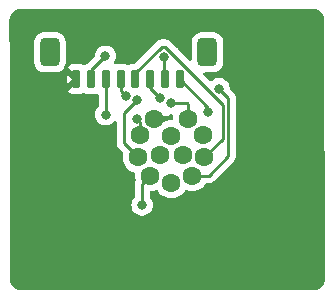
<source format=gbr>
%TF.GenerationSoftware,KiCad,Pcbnew,7.0.10*%
%TF.CreationDate,2024-04-07T04:02:17-04:00*%
%TF.ProjectId,mainbox_peripheral_steering_wheel,6d61696e-626f-4785-9f70-657269706865,rev?*%
%TF.SameCoordinates,Original*%
%TF.FileFunction,Copper,L1,Top*%
%TF.FilePolarity,Positive*%
%FSLAX46Y46*%
G04 Gerber Fmt 4.6, Leading zero omitted, Abs format (unit mm)*
G04 Created by KiCad (PCBNEW 7.0.10) date 2024-04-07 04:02:17*
%MOMM*%
%LPD*%
G01*
G04 APERTURE LIST*
G04 Aperture macros list*
%AMRoundRect*
0 Rectangle with rounded corners*
0 $1 Rounding radius*
0 $2 $3 $4 $5 $6 $7 $8 $9 X,Y pos of 4 corners*
0 Add a 4 corners polygon primitive as box body*
4,1,4,$2,$3,$4,$5,$6,$7,$8,$9,$2,$3,0*
0 Add four circle primitives for the rounded corners*
1,1,$1+$1,$2,$3*
1,1,$1+$1,$4,$5*
1,1,$1+$1,$6,$7*
1,1,$1+$1,$8,$9*
0 Add four rect primitives between the rounded corners*
20,1,$1+$1,$2,$3,$4,$5,0*
20,1,$1+$1,$4,$5,$6,$7,0*
20,1,$1+$1,$6,$7,$8,$9,0*
20,1,$1+$1,$8,$9,$2,$3,0*%
G04 Aperture macros list end*
%TA.AperFunction,ComponentPad*%
%ADD10C,1.600000*%
%TD*%
%TA.AperFunction,SMDPad,CuDef*%
%ADD11RoundRect,0.425000X-0.425000X-0.775000X0.425000X-0.775000X0.425000X0.775000X-0.425000X0.775000X0*%
%TD*%
%TA.AperFunction,SMDPad,CuDef*%
%ADD12RoundRect,0.150000X-0.150000X-0.650000X0.150000X-0.650000X0.150000X0.650000X-0.150000X0.650000X0*%
%TD*%
%TA.AperFunction,ViaPad*%
%ADD13C,0.800000*%
%TD*%
%TA.AperFunction,Conductor*%
%ADD14C,0.250000*%
%TD*%
G04 APERTURE END LIST*
D10*
%TO.P,J3,1,1*%
%TO.N,S45*%
X138111068Y-96265959D03*
%TO.P,J3,2,2*%
%TO.N,GND*%
X135255000Y-96266000D03*
%TO.P,J3,3,3*%
%TO.N,S25*%
X134011055Y-97662609D03*
%TO.P,J3,4,4*%
%TO.N,SDA5*%
X133878506Y-99528347D03*
%TO.P,J3,5,5*%
%TO.N,doutlcd5*%
X134912673Y-101086961D03*
%TO.P,J3,6,6*%
%TO.N,S35*%
X136683040Y-101689895D03*
%TO.P,J3,7,7*%
%TO.N,SCL5*%
X138453408Y-101086961D03*
%TO.P,J3,8,8*%
%TO.N,S15*%
X139487574Y-99528347D03*
%TO.P,J3,9,9*%
%TO.N,unconnected-(J3-Pad9)*%
X139355026Y-97662609D03*
%TO.P,J3,10,10*%
%TO.N,unconnected-(J3-Pad10)*%
X136683040Y-97689993D03*
%TO.P,J3,11,11*%
%TO.N,unconnected-(J3-Pad11)*%
X135730413Y-99339990D03*
%TO.P,J3,12,12*%
%TO.N,unconnected-(J3-Pad12)*%
X137635668Y-99339990D03*
%TD*%
D11*
%TO.P,J1,*%
%TO.N,*%
X126397500Y-90642500D03*
X139747500Y-90642500D03*
D12*
%TO.P,J1,1,Pin_1*%
%TO.N,doutlcd5*%
X137397500Y-92892500D03*
%TO.P,J1,2,Pin_2*%
%TO.N,SDA5*%
X136147500Y-92892500D03*
%TO.P,J1,3,Pin_3*%
%TO.N,SCL5*%
X134897500Y-92892500D03*
%TO.P,J1,4,Pin_4*%
%TO.N,S15*%
X133647500Y-92892500D03*
%TO.P,J1,5,Pin_5*%
%TO.N,S25*%
X132397500Y-92892500D03*
%TO.P,J1,6,Pin_6*%
%TO.N,S35*%
X131147500Y-92892500D03*
%TO.P,J1,7,Pin_7*%
%TO.N,S45*%
X129897500Y-92892500D03*
%TO.P,J1,8,Pin_8*%
%TO.N,GND*%
X128647500Y-92892500D03*
%TD*%
D13*
%TO.N,doutlcd5*%
X139830000Y-95665000D03*
%TO.N,S45*%
X131110000Y-90960000D03*
X136620000Y-94940000D03*
%TO.N,S25*%
X132830000Y-94350000D03*
X133762653Y-96252653D03*
%TO.N,SDA5*%
X133773548Y-94681245D03*
X136040000Y-91042500D03*
%TO.N,SCL5*%
X135710000Y-94490000D03*
X140713107Y-93706893D03*
%TO.N,S35*%
X131140000Y-95910000D03*
%TO.N,doutlcd5*%
X134213600Y-103581200D03*
%TD*%
D14*
%TO.N,SDA5*%
X132689600Y-98339441D02*
X133878506Y-99528347D01*
X132689600Y-95765193D02*
X132689600Y-98339441D01*
X133773548Y-94681245D02*
X132689600Y-95765193D01*
%TO.N,S25*%
X134011055Y-96501055D02*
X134011055Y-97662609D01*
X133762653Y-96252653D02*
X134011055Y-96501055D01*
%TO.N,doutlcd5*%
X139830000Y-95325000D02*
X139830000Y-95665000D01*
X137397500Y-92892500D02*
X139830000Y-95325000D01*
%TO.N,S45*%
X131110000Y-90960000D02*
X129897500Y-92172500D01*
X129897500Y-92172500D02*
X129897500Y-92892500D01*
X138030000Y-94940000D02*
X136620000Y-94940000D01*
X138111068Y-95021068D02*
X138030000Y-94940000D01*
X138111068Y-96265959D02*
X138111068Y-95021068D01*
%TO.N,S25*%
X132397500Y-93917500D02*
X132830000Y-94350000D01*
X132397500Y-92892500D02*
X132397500Y-93917500D01*
%TO.N,SDA5*%
X136040000Y-92785000D02*
X136147500Y-92892500D01*
X136040000Y-91042500D02*
X136040000Y-92785000D01*
%TO.N,S15*%
X133647500Y-92409695D02*
X133647500Y-92892500D01*
X135890603Y-90166592D02*
X133647500Y-92409695D01*
X136765000Y-90742195D02*
X136340305Y-90317500D01*
X141057468Y-95076560D02*
X136765000Y-90784092D01*
X136298408Y-90317500D02*
X136147500Y-90166592D01*
X141057468Y-97958453D02*
X141057468Y-95076560D01*
X136765000Y-90784092D02*
X136765000Y-90742195D01*
X136147500Y-90166592D02*
X135890603Y-90166592D01*
X139487574Y-99528347D02*
X141057468Y-97958453D01*
X136340305Y-90317500D02*
X136298408Y-90317500D01*
%TO.N,SCL5*%
X134897500Y-93677500D02*
X134897500Y-92892500D01*
X135710000Y-94490000D02*
X134897500Y-93677500D01*
X141507468Y-94501254D02*
X140713107Y-93706893D01*
X141507468Y-99422759D02*
X141507468Y-94501254D01*
%TO.N,S35*%
X131147500Y-95902500D02*
X131147500Y-92892500D01*
X131140000Y-95910000D02*
X131147500Y-95902500D01*
%TO.N,doutlcd5*%
X134213600Y-103581200D02*
X134213600Y-101786034D01*
X134213600Y-101786034D02*
X134912673Y-101086961D01*
%TO.N,SCL5*%
X139843266Y-101086961D02*
X138453408Y-101086961D01*
X141507468Y-99422759D02*
X139843266Y-101086961D01*
%TD*%
%TA.AperFunction,Conductor*%
%TO.N,GND*%
G36*
X136784131Y-95860185D02*
G01*
X136829886Y-95912989D01*
X136839830Y-95982147D01*
X136836867Y-95996592D01*
X136825435Y-96039258D01*
X136825432Y-96039272D01*
X136805130Y-96271332D01*
X136779678Y-96336401D01*
X136723087Y-96377380D01*
X136688372Y-96383358D01*
X136688433Y-96384053D01*
X136456353Y-96404357D01*
X136456342Y-96404359D01*
X136236551Y-96463251D01*
X136236542Y-96463254D01*
X136176492Y-96491257D01*
X136148344Y-96504382D01*
X136095941Y-96516000D01*
X135874815Y-96516000D01*
X135881352Y-96503544D01*
X135920000Y-96346746D01*
X135920000Y-96185254D01*
X135881352Y-96028456D01*
X135874815Y-96016000D01*
X136533872Y-96016000D01*
X136533871Y-96015999D01*
X136528672Y-95996594D01*
X136530335Y-95926744D01*
X136569497Y-95868881D01*
X136633726Y-95841377D01*
X136648447Y-95840500D01*
X136717092Y-95840500D01*
X136784131Y-95860185D01*
G37*
%TD.AperFunction*%
%TA.AperFunction,Conductor*%
G36*
X148655388Y-86940970D02*
G01*
X148693064Y-86944263D01*
X148694358Y-86944384D01*
X148822265Y-86957025D01*
X148842136Y-86960644D01*
X148903929Y-86977196D01*
X148907719Y-86978278D01*
X149002149Y-87006920D01*
X149018542Y-87013191D01*
X149082449Y-87042988D01*
X149088437Y-87045982D01*
X149169672Y-87089399D01*
X149182325Y-87097171D01*
X149224312Y-87126569D01*
X149242015Y-87138965D01*
X149249554Y-87144685D01*
X149319074Y-87201734D01*
X149328094Y-87209909D01*
X149380137Y-87261952D01*
X149388298Y-87270955D01*
X149444687Y-87339660D01*
X149445207Y-87340293D01*
X149450933Y-87347840D01*
X149492941Y-87407837D01*
X149500720Y-87420500D01*
X149543756Y-87501006D01*
X149546783Y-87507061D01*
X149550743Y-87515555D01*
X149576934Y-87571726D01*
X149583209Y-87588127D01*
X149611296Y-87680705D01*
X149612414Y-87684621D01*
X149629435Y-87748164D01*
X149633060Y-87768088D01*
X149645504Y-87894375D01*
X149645631Y-87895737D01*
X149649029Y-87934610D01*
X149649500Y-87945408D01*
X149649500Y-87990777D01*
X149649602Y-87991717D01*
X149692956Y-109789220D01*
X149692485Y-109800269D01*
X149689069Y-109839334D01*
X149688943Y-109840688D01*
X149676542Y-109966579D01*
X149672915Y-109986513D01*
X149655677Y-110050854D01*
X149654562Y-110054757D01*
X149626768Y-110146389D01*
X149620491Y-110162798D01*
X149589875Y-110228459D01*
X149586850Y-110234508D01*
X149544428Y-110313878D01*
X149536644Y-110326551D01*
X149493922Y-110387564D01*
X149488201Y-110395103D01*
X149432243Y-110463290D01*
X149424071Y-110472307D01*
X149371015Y-110525364D01*
X149361998Y-110533537D01*
X149293809Y-110589499D01*
X149286266Y-110595222D01*
X149225257Y-110637940D01*
X149212588Y-110645722D01*
X149133214Y-110688148D01*
X149127163Y-110691173D01*
X149061503Y-110721789D01*
X149045095Y-110728067D01*
X148953509Y-110755848D01*
X148949606Y-110756963D01*
X148885218Y-110774214D01*
X148865278Y-110777841D01*
X148738777Y-110790297D01*
X148737432Y-110790422D01*
X148707834Y-110793011D01*
X148698961Y-110793787D01*
X148688160Y-110794259D01*
X124028889Y-110794259D01*
X124018075Y-110793787D01*
X123977034Y-110790194D01*
X123975736Y-110790073D01*
X123852138Y-110777942D01*
X123832152Y-110774309D01*
X123764951Y-110756300D01*
X123761050Y-110755186D01*
X123672377Y-110728284D01*
X123655972Y-110722006D01*
X123589857Y-110691173D01*
X123588442Y-110690513D01*
X123582403Y-110687494D01*
X123504938Y-110646084D01*
X123492270Y-110638301D01*
X123429822Y-110594572D01*
X123422280Y-110588849D01*
X123355567Y-110534095D01*
X123346551Y-110525923D01*
X123292330Y-110471698D01*
X123284166Y-110462690D01*
X123229384Y-110395934D01*
X123223682Y-110388417D01*
X123179959Y-110325968D01*
X123172177Y-110313298D01*
X123130776Y-110235835D01*
X123127752Y-110229786D01*
X123096264Y-110162253D01*
X123089988Y-110145850D01*
X123063076Y-110057119D01*
X123061985Y-110053299D01*
X123043960Y-109986015D01*
X123040336Y-109966096D01*
X123028648Y-109847378D01*
X123028552Y-109846349D01*
X123024439Y-109799309D01*
X123023968Y-109788509D01*
X123023968Y-109743989D01*
X123023865Y-109743041D01*
X122992404Y-93925003D01*
X127968548Y-93925003D01*
X127979814Y-93944052D01*
X127979821Y-93944061D01*
X128095938Y-94060178D01*
X128095947Y-94060185D01*
X128237303Y-94143782D01*
X128237306Y-94143783D01*
X128395004Y-94189599D01*
X128395010Y-94189600D01*
X128431850Y-94192499D01*
X128431866Y-94192500D01*
X128863134Y-94192500D01*
X128863149Y-94192499D01*
X128899989Y-94189600D01*
X128899995Y-94189599D01*
X129057693Y-94143783D01*
X129057696Y-94143782D01*
X129205771Y-94056212D01*
X129206959Y-94058221D01*
X129261102Y-94036952D01*
X129329621Y-94050619D01*
X129339243Y-94056801D01*
X129345635Y-94060581D01*
X129487102Y-94144244D01*
X129520610Y-94153979D01*
X129644926Y-94190097D01*
X129644929Y-94190097D01*
X129644931Y-94190098D01*
X129681806Y-94193000D01*
X129681814Y-94193000D01*
X130113186Y-94193000D01*
X130113194Y-94193000D01*
X130150069Y-94190098D01*
X130150071Y-94190097D01*
X130150073Y-94190097D01*
X130307892Y-94144246D01*
X130307892Y-94144245D01*
X130307898Y-94144244D01*
X130334881Y-94128286D01*
X130402602Y-94111104D01*
X130468865Y-94133264D01*
X130512628Y-94187729D01*
X130522000Y-94235019D01*
X130522000Y-95202983D01*
X130502315Y-95270022D01*
X130490150Y-95285955D01*
X130407466Y-95377785D01*
X130312821Y-95541715D01*
X130312818Y-95541722D01*
X130254327Y-95721740D01*
X130254326Y-95721744D01*
X130234540Y-95910000D01*
X130254326Y-96098256D01*
X130254327Y-96098259D01*
X130312818Y-96278277D01*
X130312821Y-96278284D01*
X130407467Y-96442216D01*
X130513003Y-96559425D01*
X130534129Y-96582888D01*
X130687265Y-96694148D01*
X130687270Y-96694151D01*
X130860192Y-96771142D01*
X130860197Y-96771144D01*
X131045354Y-96810500D01*
X131045355Y-96810500D01*
X131234644Y-96810500D01*
X131234646Y-96810500D01*
X131419803Y-96771144D01*
X131592730Y-96694151D01*
X131745871Y-96582888D01*
X131847950Y-96469517D01*
X131907437Y-96432869D01*
X131977294Y-96434200D01*
X132035342Y-96473086D01*
X132063152Y-96537183D01*
X132064100Y-96552490D01*
X132064100Y-98256696D01*
X132062375Y-98272313D01*
X132062661Y-98272340D01*
X132061926Y-98280106D01*
X132064039Y-98347313D01*
X132064100Y-98351208D01*
X132064100Y-98378798D01*
X132064603Y-98382776D01*
X132065518Y-98394408D01*
X132066890Y-98438065D01*
X132066891Y-98438068D01*
X132072480Y-98457308D01*
X132076424Y-98476352D01*
X132078936Y-98496233D01*
X132095014Y-98536844D01*
X132098797Y-98547893D01*
X132110981Y-98589829D01*
X132121180Y-98607075D01*
X132129738Y-98624544D01*
X132137114Y-98643173D01*
X132162781Y-98678501D01*
X132169193Y-98688262D01*
X132191428Y-98725858D01*
X132191433Y-98725865D01*
X132205590Y-98740021D01*
X132218228Y-98754817D01*
X132230005Y-98771027D01*
X132230006Y-98771028D01*
X132263657Y-98798866D01*
X132272298Y-98806729D01*
X132579092Y-99113524D01*
X132612577Y-99174847D01*
X132611186Y-99233296D01*
X132592873Y-99301643D01*
X132592870Y-99301660D01*
X132573038Y-99528346D01*
X132573038Y-99528348D01*
X132592870Y-99755033D01*
X132592872Y-99755044D01*
X132651764Y-99974835D01*
X132651767Y-99974844D01*
X132747937Y-100181079D01*
X132747938Y-100181081D01*
X132878460Y-100367488D01*
X133039364Y-100528392D01*
X133039367Y-100528394D01*
X133225772Y-100658915D01*
X133432010Y-100755086D01*
X133432012Y-100755086D01*
X133432019Y-100755089D01*
X133488884Y-100770325D01*
X133531059Y-100781625D01*
X133590719Y-100817989D01*
X133621249Y-100880835D01*
X133622494Y-100912207D01*
X133607205Y-101086959D01*
X133607205Y-101086961D01*
X133627037Y-101313647D01*
X133627040Y-101313660D01*
X133657542Y-101427501D01*
X133655879Y-101497351D01*
X133646431Y-101519327D01*
X133627403Y-101553940D01*
X133622422Y-101573341D01*
X133616121Y-101591744D01*
X133608162Y-101610136D01*
X133608161Y-101610139D01*
X133601328Y-101653277D01*
X133598960Y-101664708D01*
X133588101Y-101707005D01*
X133588100Y-101707016D01*
X133588100Y-101727050D01*
X133586573Y-101746449D01*
X133583440Y-101766228D01*
X133583440Y-101766229D01*
X133587550Y-101809708D01*
X133588100Y-101821377D01*
X133588100Y-102882512D01*
X133568415Y-102949551D01*
X133556250Y-102965484D01*
X133481066Y-103048984D01*
X133386421Y-103212915D01*
X133386418Y-103212922D01*
X133327927Y-103392940D01*
X133327926Y-103392944D01*
X133308140Y-103581200D01*
X133327926Y-103769456D01*
X133327927Y-103769459D01*
X133386418Y-103949477D01*
X133386421Y-103949484D01*
X133481067Y-104113416D01*
X133607729Y-104254088D01*
X133760865Y-104365348D01*
X133760870Y-104365351D01*
X133933792Y-104442342D01*
X133933797Y-104442344D01*
X134118954Y-104481700D01*
X134118955Y-104481700D01*
X134308244Y-104481700D01*
X134308246Y-104481700D01*
X134493403Y-104442344D01*
X134666330Y-104365351D01*
X134819471Y-104254088D01*
X134946133Y-104113416D01*
X135040779Y-103949484D01*
X135099274Y-103769456D01*
X135119060Y-103581200D01*
X135099274Y-103392944D01*
X135040779Y-103212916D01*
X134946133Y-103048984D01*
X134870950Y-102965484D01*
X134840720Y-102902492D01*
X134839100Y-102882512D01*
X134839100Y-102512490D01*
X134858785Y-102445451D01*
X134911589Y-102399696D01*
X134952289Y-102388963D01*
X135139365Y-102372596D01*
X135359169Y-102313700D01*
X135395329Y-102296837D01*
X135464406Y-102286345D01*
X135528190Y-102314864D01*
X135548298Y-102338942D01*
X135549367Y-102338194D01*
X135552471Y-102342627D01*
X135552472Y-102342629D01*
X135615489Y-102432628D01*
X135682994Y-102529036D01*
X135843898Y-102689940D01*
X135843901Y-102689942D01*
X136030306Y-102820463D01*
X136236544Y-102916634D01*
X136456348Y-102975530D01*
X136618270Y-102989696D01*
X136683038Y-102995363D01*
X136683040Y-102995363D01*
X136683042Y-102995363D01*
X136739713Y-102990404D01*
X136909732Y-102975530D01*
X137129536Y-102916634D01*
X137335774Y-102820463D01*
X137522179Y-102689942D01*
X137683087Y-102529034D01*
X137813608Y-102342629D01*
X137813608Y-102342627D01*
X137816713Y-102338194D01*
X137818940Y-102339753D01*
X137861034Y-102299257D01*
X137929581Y-102285729D01*
X137970749Y-102296837D01*
X137975939Y-102299257D01*
X138006912Y-102313700D01*
X138226716Y-102372596D01*
X138379833Y-102385992D01*
X138453406Y-102392429D01*
X138453408Y-102392429D01*
X138453410Y-102392429D01*
X138526983Y-102385992D01*
X138680100Y-102372596D01*
X138899904Y-102313700D01*
X139106142Y-102217529D01*
X139292547Y-102087008D01*
X139453455Y-101926100D01*
X139566021Y-101765338D01*
X139620597Y-101721713D01*
X139667596Y-101712461D01*
X139760523Y-101712461D01*
X139776143Y-101714185D01*
X139776170Y-101713900D01*
X139783926Y-101714632D01*
X139783933Y-101714634D01*
X139851139Y-101712522D01*
X139855034Y-101712461D01*
X139882612Y-101712461D01*
X139882616Y-101712461D01*
X139886590Y-101711958D01*
X139898229Y-101711041D01*
X139941893Y-101709670D01*
X139961135Y-101704078D01*
X139980178Y-101700135D01*
X140000058Y-101697625D01*
X140040667Y-101681546D01*
X140051710Y-101677764D01*
X140093656Y-101665579D01*
X140110895Y-101655383D01*
X140128369Y-101646823D01*
X140146993Y-101639449D01*
X140146993Y-101639448D01*
X140146998Y-101639447D01*
X140182349Y-101613761D01*
X140192080Y-101607369D01*
X140229686Y-101585131D01*
X140243855Y-101570960D01*
X140258645Y-101558329D01*
X140274853Y-101546555D01*
X140302704Y-101512887D01*
X140310545Y-101504270D01*
X141891255Y-99923560D01*
X141903510Y-99913745D01*
X141903327Y-99913523D01*
X141909336Y-99908550D01*
X141909345Y-99908545D01*
X141955417Y-99859481D01*
X141958034Y-99856782D01*
X141977588Y-99837230D01*
X141980044Y-99834062D01*
X141987624Y-99825186D01*
X142017530Y-99793341D01*
X142027183Y-99775779D01*
X142037857Y-99759529D01*
X142050141Y-99743695D01*
X142067487Y-99703609D01*
X142072625Y-99693121D01*
X142093664Y-99654852D01*
X142093665Y-99654851D01*
X142098645Y-99635450D01*
X142104946Y-99617047D01*
X142112906Y-99598655D01*
X142119740Y-99555500D01*
X142122103Y-99544090D01*
X142132968Y-99501778D01*
X142132968Y-99481742D01*
X142134495Y-99462341D01*
X142137628Y-99442563D01*
X142133518Y-99399083D01*
X142132968Y-99387414D01*
X142132968Y-94583992D01*
X142134692Y-94568378D01*
X142134406Y-94568351D01*
X142135140Y-94560588D01*
X142133029Y-94493398D01*
X142132968Y-94489504D01*
X142132968Y-94461905D01*
X142132968Y-94461904D01*
X142132465Y-94457924D01*
X142131548Y-94446275D01*
X142130177Y-94402627D01*
X142124590Y-94383398D01*
X142120642Y-94364338D01*
X142118131Y-94344458D01*
X142102056Y-94303858D01*
X142098272Y-94292806D01*
X142086086Y-94250863D01*
X142086084Y-94250860D01*
X142075891Y-94233625D01*
X142067329Y-94216148D01*
X142059955Y-94197523D01*
X142034284Y-94162191D01*
X142027873Y-94152431D01*
X142012439Y-94126334D01*
X142005640Y-94114837D01*
X142005633Y-94114828D01*
X141991474Y-94100669D01*
X141978836Y-94085873D01*
X141970422Y-94074292D01*
X141967062Y-94069667D01*
X141955600Y-94060185D01*
X141933408Y-94041826D01*
X141924767Y-94033963D01*
X141652067Y-93761262D01*
X141618582Y-93699939D01*
X141616430Y-93686561D01*
X141598781Y-93518637D01*
X141540286Y-93338609D01*
X141445640Y-93174677D01*
X141318978Y-93034005D01*
X141318970Y-93033999D01*
X141165841Y-92922744D01*
X141165836Y-92922741D01*
X140992914Y-92845750D01*
X140992909Y-92845748D01*
X140847108Y-92814758D01*
X140807753Y-92806393D01*
X140618461Y-92806393D01*
X140586004Y-92813291D01*
X140433304Y-92845748D01*
X140433299Y-92845750D01*
X140260377Y-92922741D01*
X140260372Y-92922744D01*
X140107242Y-93033999D01*
X140107232Y-93034008D01*
X140096243Y-93046212D01*
X140036755Y-93082858D01*
X139966898Y-93081525D01*
X139916416Y-93050917D01*
X139420180Y-92554681D01*
X139386695Y-92493358D01*
X139391679Y-92423666D01*
X139433551Y-92367733D01*
X139499015Y-92343316D01*
X139507861Y-92343000D01*
X140237270Y-92343000D01*
X140237278Y-92343000D01*
X140318078Y-92336641D01*
X140505996Y-92286288D01*
X140679340Y-92197965D01*
X140830532Y-92075532D01*
X140952965Y-91924340D01*
X141041288Y-91750996D01*
X141091641Y-91563078D01*
X141098000Y-91482278D01*
X141098000Y-89802722D01*
X141091641Y-89721922D01*
X141041288Y-89534004D01*
X140952965Y-89360660D01*
X140830532Y-89209468D01*
X140679340Y-89087035D01*
X140505996Y-88998712D01*
X140318078Y-88948359D01*
X140318077Y-88948358D01*
X140318074Y-88948358D01*
X140237283Y-88942000D01*
X140237278Y-88942000D01*
X139257722Y-88942000D01*
X139257716Y-88942000D01*
X139176925Y-88948358D01*
X138989004Y-88998712D01*
X138815661Y-89087034D01*
X138664468Y-89209468D01*
X138542034Y-89360661D01*
X138453712Y-89534004D01*
X138403358Y-89721925D01*
X138397000Y-89802716D01*
X138397000Y-91232139D01*
X138377315Y-91299178D01*
X138324511Y-91344933D01*
X138255353Y-91354877D01*
X138191797Y-91325852D01*
X138185319Y-91319820D01*
X137344507Y-90479008D01*
X137322065Y-90444841D01*
X137321241Y-90445295D01*
X137317488Y-90438469D01*
X137317486Y-90438463D01*
X137317481Y-90438457D01*
X137317480Y-90438454D01*
X137291814Y-90403128D01*
X137285403Y-90393369D01*
X137263170Y-90355774D01*
X137263168Y-90355772D01*
X137263165Y-90355768D01*
X137249005Y-90341608D01*
X137236370Y-90326815D01*
X137224593Y-90310607D01*
X137190945Y-90282771D01*
X137182304Y-90274908D01*
X136841108Y-89933712D01*
X136831285Y-89921450D01*
X136831064Y-89921634D01*
X136826091Y-89915622D01*
X136777081Y-89869599D01*
X136774282Y-89866886D01*
X136754782Y-89847385D01*
X136754776Y-89847380D01*
X136751591Y-89844909D01*
X136742739Y-89837348D01*
X136710887Y-89807438D01*
X136710885Y-89807436D01*
X136710882Y-89807435D01*
X136693334Y-89797788D01*
X136677068Y-89787104D01*
X136661241Y-89774827D01*
X136649221Y-89769625D01*
X136613593Y-89746221D01*
X136584258Y-89718674D01*
X136581492Y-89715993D01*
X136561977Y-89696477D01*
X136561971Y-89696472D01*
X136558786Y-89694001D01*
X136549934Y-89686440D01*
X136518082Y-89656530D01*
X136518080Y-89656528D01*
X136518077Y-89656527D01*
X136500529Y-89646880D01*
X136484263Y-89636196D01*
X136468432Y-89623916D01*
X136428349Y-89606570D01*
X136417863Y-89601433D01*
X136379594Y-89580395D01*
X136379592Y-89580394D01*
X136360193Y-89575414D01*
X136341781Y-89569110D01*
X136323398Y-89561154D01*
X136323392Y-89561152D01*
X136280260Y-89554321D01*
X136268822Y-89551953D01*
X136226520Y-89541092D01*
X136226519Y-89541092D01*
X136206484Y-89541092D01*
X136187086Y-89539565D01*
X136179662Y-89538389D01*
X136167305Y-89536432D01*
X136167304Y-89536432D01*
X136123825Y-89540542D01*
X136112156Y-89541092D01*
X135973346Y-89541092D01*
X135957725Y-89539367D01*
X135957698Y-89539653D01*
X135949936Y-89538918D01*
X135882716Y-89541031D01*
X135878822Y-89541092D01*
X135851253Y-89541092D01*
X135847276Y-89541594D01*
X135835645Y-89542509D01*
X135791977Y-89543881D01*
X135791971Y-89543882D01*
X135772729Y-89549472D01*
X135753690Y-89553415D01*
X135733820Y-89555926D01*
X135733806Y-89555929D01*
X135693201Y-89572005D01*
X135682157Y-89575786D01*
X135640217Y-89587971D01*
X135640213Y-89587973D01*
X135622969Y-89598171D01*
X135605508Y-89606725D01*
X135586877Y-89614102D01*
X135586865Y-89614109D01*
X135551536Y-89639777D01*
X135541776Y-89646188D01*
X135504183Y-89668421D01*
X135490017Y-89682587D01*
X135475227Y-89695219D01*
X135459017Y-89706996D01*
X135459014Y-89706999D01*
X135431176Y-89740650D01*
X135423314Y-89749289D01*
X133616923Y-91555681D01*
X133555600Y-91589166D01*
X133529242Y-91592000D01*
X133431798Y-91592000D01*
X133394932Y-91594901D01*
X133394926Y-91594902D01*
X133237106Y-91640754D01*
X133237103Y-91640755D01*
X133088920Y-91728390D01*
X133087754Y-91726419D01*
X133033442Y-91747732D01*
X132964927Y-91734040D01*
X132956095Y-91728364D01*
X132956080Y-91728390D01*
X132874599Y-91680202D01*
X132807898Y-91640756D01*
X132807897Y-91640755D01*
X132807896Y-91640755D01*
X132807893Y-91640754D01*
X132650073Y-91594902D01*
X132650067Y-91594901D01*
X132613201Y-91592000D01*
X132613194Y-91592000D01*
X132181806Y-91592000D01*
X132181798Y-91592000D01*
X132144932Y-91594901D01*
X132006563Y-91635101D01*
X131936694Y-91634901D01*
X131878024Y-91596958D01*
X131849181Y-91533320D01*
X131859323Y-91464190D01*
X131864572Y-91454042D01*
X131937179Y-91328284D01*
X131995674Y-91148256D01*
X132015460Y-90960000D01*
X131995674Y-90771744D01*
X131937179Y-90591716D01*
X131842533Y-90427784D01*
X131715871Y-90287112D01*
X131715870Y-90287111D01*
X131562734Y-90175851D01*
X131562729Y-90175848D01*
X131389807Y-90098857D01*
X131389802Y-90098855D01*
X131244001Y-90067865D01*
X131204646Y-90059500D01*
X131015354Y-90059500D01*
X130982897Y-90066398D01*
X130830197Y-90098855D01*
X130830192Y-90098857D01*
X130657270Y-90175848D01*
X130657265Y-90175851D01*
X130504129Y-90287111D01*
X130377466Y-90427785D01*
X130282821Y-90591715D01*
X130282818Y-90591722D01*
X130224327Y-90771740D01*
X130224326Y-90771744D01*
X130206679Y-90939649D01*
X130180094Y-91004263D01*
X130171039Y-91014368D01*
X129590732Y-91594675D01*
X129537647Y-91626070D01*
X129487107Y-91640753D01*
X129487102Y-91640755D01*
X129338920Y-91728390D01*
X129337829Y-91726545D01*
X129283037Y-91748051D01*
X129214521Y-91734362D01*
X129205792Y-91728752D01*
X129205771Y-91728788D01*
X129057696Y-91641217D01*
X129057693Y-91641216D01*
X128899995Y-91595400D01*
X128899989Y-91595399D01*
X128863149Y-91592500D01*
X128431850Y-91592500D01*
X128395010Y-91595399D01*
X128395004Y-91595400D01*
X128237306Y-91641216D01*
X128237303Y-91641217D01*
X128095947Y-91724814D01*
X128095942Y-91724818D01*
X127979815Y-91840946D01*
X127968548Y-91859996D01*
X128647500Y-92538947D01*
X128913371Y-92804818D01*
X128946856Y-92866141D01*
X128941872Y-92935833D01*
X128913371Y-92980180D01*
X127968548Y-93925003D01*
X122992404Y-93925003D01*
X122989462Y-92446052D01*
X127847500Y-92446052D01*
X127847500Y-93338947D01*
X128293947Y-92892500D01*
X128293947Y-92892499D01*
X127847500Y-92446052D01*
X122989462Y-92446052D01*
X122987545Y-91482283D01*
X125047000Y-91482283D01*
X125053358Y-91563074D01*
X125053358Y-91563077D01*
X125053359Y-91563078D01*
X125103712Y-91750996D01*
X125192035Y-91924340D01*
X125314468Y-92075532D01*
X125465660Y-92197965D01*
X125639004Y-92286288D01*
X125826922Y-92336641D01*
X125907722Y-92343000D01*
X125907730Y-92343000D01*
X126887270Y-92343000D01*
X126887278Y-92343000D01*
X126968078Y-92336641D01*
X127155996Y-92286288D01*
X127329340Y-92197965D01*
X127480532Y-92075532D01*
X127602965Y-91924340D01*
X127691288Y-91750996D01*
X127741641Y-91563078D01*
X127748000Y-91482278D01*
X127748000Y-89802722D01*
X127741641Y-89721922D01*
X127691288Y-89534004D01*
X127602965Y-89360660D01*
X127480532Y-89209468D01*
X127329340Y-89087035D01*
X127155996Y-88998712D01*
X126968078Y-88948359D01*
X126968077Y-88948358D01*
X126968074Y-88948358D01*
X126887283Y-88942000D01*
X126887278Y-88942000D01*
X125907722Y-88942000D01*
X125907716Y-88942000D01*
X125826925Y-88948358D01*
X125639004Y-88998712D01*
X125465661Y-89087034D01*
X125314468Y-89209468D01*
X125192034Y-89360661D01*
X125103712Y-89534004D01*
X125053358Y-89721925D01*
X125047000Y-89802716D01*
X125047000Y-91482283D01*
X122987545Y-91482283D01*
X122980510Y-87945504D01*
X122980980Y-87934501D01*
X122984447Y-87894881D01*
X122984513Y-87894167D01*
X122996915Y-87768235D01*
X123000539Y-87748323D01*
X123017893Y-87683555D01*
X123018958Y-87679823D01*
X123046697Y-87588391D01*
X123052957Y-87572029D01*
X123083651Y-87506206D01*
X123086635Y-87500238D01*
X123129052Y-87420886D01*
X123136817Y-87408246D01*
X123179576Y-87347180D01*
X123185244Y-87339707D01*
X123241271Y-87271439D01*
X123249397Y-87262475D01*
X123302470Y-87209402D01*
X123311444Y-87201269D01*
X123379722Y-87145234D01*
X123387179Y-87139577D01*
X123448227Y-87096830D01*
X123460868Y-87089065D01*
X123540300Y-87046607D01*
X123546265Y-87043624D01*
X123611995Y-87012973D01*
X123628362Y-87006711D01*
X123719968Y-86978921D01*
X123723765Y-86977836D01*
X123788280Y-86960550D01*
X123808198Y-86956925D01*
X123934162Y-86944515D01*
X123935231Y-86944416D01*
X123974606Y-86940971D01*
X123985410Y-86940500D01*
X148644593Y-86940500D01*
X148655388Y-86940970D01*
G37*
%TD.AperFunction*%
%TD*%
M02*

</source>
